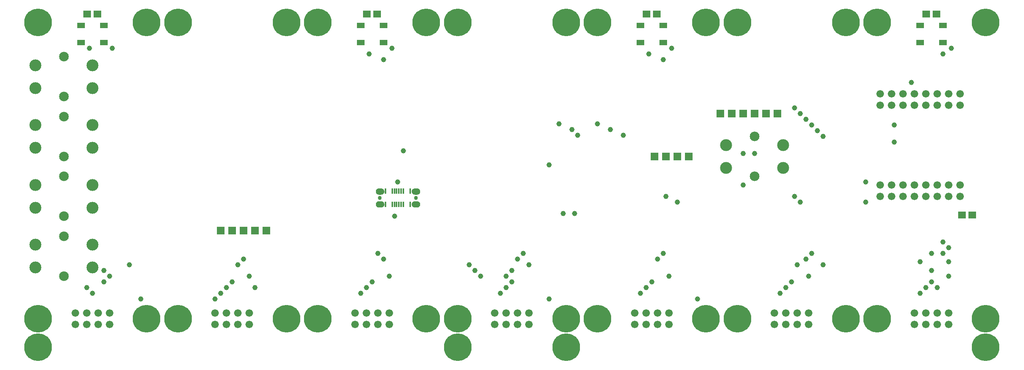
<source format=gbr>
G04 DesignSpark PCB Gerber Version 11.0 Build 5877*
G04 #@! TF.Part,Single*
G04 #@! TF.FileFunction,Soldermask,Bot*
G04 #@! TF.FilePolarity,Negative*
%FSLAX35Y35*%
%MOIN*%
G04 #@! TA.AperFunction,SMDPad,CuDef*
%ADD137R,0.01781X0.05128*%
G04 #@! TA.AperFunction,ComponentPad*
%ADD125R,0.06600X0.06600*%
G04 #@! TD.AperFunction*
%ADD26C,0.00100*%
G04 #@! TA.AperFunction,ComponentPad*
%ADD129C,0.03395*%
G04 #@! TA.AperFunction,ViaPad*
%ADD120C,0.04600*%
G04 #@! TA.AperFunction,ComponentPad*
%ADD130C,0.04931*%
%ADD123C,0.06600*%
G04 #@! TA.AperFunction,WasherPad*
%ADD122C,0.08474*%
G04 #@! TA.AperFunction,SMDPad,CuDef*
%ADD136R,0.06899X0.04537*%
%ADD128R,0.06600X0.06100*%
G04 #@! TA.AperFunction,ComponentPad*
%ADD124C,0.10443*%
G04 #@! TA.AperFunction,WasherPad*
%ADD121C,0.24222*%
G04 #@! TD.AperFunction*
X0Y0D02*
D02*
D26*
X315959Y145870D02*
X315963Y146004D01*
X315974Y146138D01*
X315990Y146272D01*
X316014Y146402D01*
X316045Y146531D01*
X316085Y146661D01*
X316128Y146787D01*
X316179Y146909D01*
X316238Y147031D01*
X316301Y147150D01*
X316372Y147264D01*
X316447Y147374D01*
X316530Y147480D01*
X316616Y147583D01*
X316707Y147681D01*
X316805Y147772D01*
X316907Y147858D01*
X317014Y147941D01*
X317124Y148016D01*
X317238Y148087D01*
X317356Y148150D01*
X317478Y148209D01*
X317600Y148260D01*
X317726Y148303D01*
X317856Y148343D01*
X317986Y148374D01*
X318116Y148398D01*
X318250Y148413D01*
X318384Y148425D01*
X318518Y148429D01*
X320486D01*
X320620Y148425D01*
X320754Y148413D01*
X320888Y148398D01*
X321018Y148374D01*
X321148Y148343D01*
X321278Y148303D01*
X321404Y148260D01*
X321526Y148209D01*
X321648Y148150D01*
X321766Y148087D01*
X321880Y148016D01*
X321990Y147941D01*
X322096Y147858D01*
X322199Y147772D01*
X322297Y147681D01*
X322388Y147583D01*
X322474Y147480D01*
X322557Y147374D01*
X322632Y147264D01*
X322703Y147150D01*
X322766Y147031D01*
X322825Y146909D01*
X322876Y146787D01*
X322919Y146661D01*
X322959Y146531D01*
X322990Y146402D01*
X323014Y146272D01*
X323030Y146138D01*
X323041Y146004D01*
X323045Y145870D01*
X323041Y145736D01*
X323030Y145602D01*
X323014Y145469D01*
X322990Y145339D01*
X322959Y145209D01*
X322919Y145079D01*
X322876Y144953D01*
X322825Y144831D01*
X322766Y144709D01*
X322703Y144591D01*
X322632Y144476D01*
X322557Y144366D01*
X322474Y144260D01*
X322388Y144157D01*
X322297Y144059D01*
X322199Y143969D01*
X322096Y143882D01*
X321990Y143799D01*
X321880Y143724D01*
X321766Y143654D01*
X321648Y143591D01*
X321526Y143531D01*
X321404Y143480D01*
X321278Y143437D01*
X321148Y143398D01*
X321018Y143366D01*
X320888Y143343D01*
X320754Y143327D01*
X320620Y143315D01*
X320486Y143311D01*
X318518D01*
X318384Y143315D01*
X318250Y143327D01*
X318116Y143343D01*
X317986Y143366D01*
X317856Y143398D01*
X317726Y143437D01*
X317600Y143480D01*
X317478Y143531D01*
X317356Y143591D01*
X317238Y143654D01*
X317124Y143724D01*
X317014Y143799D01*
X316907Y143882D01*
X316805Y143969D01*
X316707Y144059D01*
X316616Y144157D01*
X316530Y144260D01*
X316447Y144366D01*
X316372Y144476D01*
X316301Y144591D01*
X316238Y144709D01*
X316179Y144831D01*
X316128Y144953D01*
X316085Y145079D01*
X316045Y145209D01*
X316014Y145339D01*
X315990Y145469D01*
X315974Y145602D01*
X315963Y145736D01*
X315959Y145870D01*
G36*
X315959Y145870D02*
X315963Y146004D01*
X315974Y146138D01*
X315990Y146272D01*
X316014Y146402D01*
X316045Y146531D01*
X316085Y146661D01*
X316128Y146787D01*
X316179Y146909D01*
X316238Y147031D01*
X316301Y147150D01*
X316372Y147264D01*
X316447Y147374D01*
X316530Y147480D01*
X316616Y147583D01*
X316707Y147681D01*
X316805Y147772D01*
X316907Y147858D01*
X317014Y147941D01*
X317124Y148016D01*
X317238Y148087D01*
X317356Y148150D01*
X317478Y148209D01*
X317600Y148260D01*
X317726Y148303D01*
X317856Y148343D01*
X317986Y148374D01*
X318116Y148398D01*
X318250Y148413D01*
X318384Y148425D01*
X318518Y148429D01*
X320486D01*
X320620Y148425D01*
X320754Y148413D01*
X320888Y148398D01*
X321018Y148374D01*
X321148Y148343D01*
X321278Y148303D01*
X321404Y148260D01*
X321526Y148209D01*
X321648Y148150D01*
X321766Y148087D01*
X321880Y148016D01*
X321990Y147941D01*
X322096Y147858D01*
X322199Y147772D01*
X322297Y147681D01*
X322388Y147583D01*
X322474Y147480D01*
X322557Y147374D01*
X322632Y147264D01*
X322703Y147150D01*
X322766Y147031D01*
X322825Y146909D01*
X322876Y146787D01*
X322919Y146661D01*
X322959Y146531D01*
X322990Y146402D01*
X323014Y146272D01*
X323030Y146138D01*
X323041Y146004D01*
X323045Y145870D01*
X323041Y145736D01*
X323030Y145602D01*
X323014Y145469D01*
X322990Y145339D01*
X322959Y145209D01*
X322919Y145079D01*
X322876Y144953D01*
X322825Y144831D01*
X322766Y144709D01*
X322703Y144591D01*
X322632Y144476D01*
X322557Y144366D01*
X322474Y144260D01*
X322388Y144157D01*
X322297Y144059D01*
X322199Y143969D01*
X322096Y143882D01*
X321990Y143799D01*
X321880Y143724D01*
X321766Y143654D01*
X321648Y143591D01*
X321526Y143531D01*
X321404Y143480D01*
X321278Y143437D01*
X321148Y143398D01*
X321018Y143366D01*
X320888Y143343D01*
X320754Y143327D01*
X320620Y143315D01*
X320486Y143311D01*
X318518D01*
X318384Y143315D01*
X318250Y143327D01*
X318116Y143343D01*
X317986Y143366D01*
X317856Y143398D01*
X317726Y143437D01*
X317600Y143480D01*
X317478Y143531D01*
X317356Y143591D01*
X317238Y143654D01*
X317124Y143724D01*
X317014Y143799D01*
X316907Y143882D01*
X316805Y143969D01*
X316707Y144059D01*
X316616Y144157D01*
X316530Y144260D01*
X316447Y144366D01*
X316372Y144476D01*
X316301Y144591D01*
X316238Y144709D01*
X316179Y144831D01*
X316128Y144953D01*
X316085Y145079D01*
X316045Y145209D01*
X316014Y145339D01*
X315990Y145469D01*
X315974Y145602D01*
X315963Y145736D01*
X315959Y145870D01*
G37*
Y157130D02*
X315963Y157264D01*
X315974Y157398D01*
X315990Y157531D01*
X316014Y157661D01*
X316045Y157791D01*
X316085Y157921D01*
X316128Y158047D01*
X316179Y158169D01*
X316238Y158291D01*
X316301Y158409D01*
X316372Y158524D01*
X316447Y158634D01*
X316530Y158740D01*
X316616Y158843D01*
X316707Y158941D01*
X316805Y159031D01*
X316907Y159118D01*
X317014Y159201D01*
X317124Y159276D01*
X317238Y159346D01*
X317356Y159409D01*
X317478Y159469D01*
X317600Y159520D01*
X317726Y159563D01*
X317856Y159602D01*
X317986Y159634D01*
X318116Y159657D01*
X318250Y159673D01*
X318384Y159685D01*
X318518Y159689D01*
X320486D01*
X320620Y159685D01*
X320754Y159673D01*
X320888Y159657D01*
X321018Y159634D01*
X321148Y159602D01*
X321278Y159563D01*
X321404Y159520D01*
X321526Y159469D01*
X321648Y159409D01*
X321766Y159346D01*
X321880Y159276D01*
X321990Y159201D01*
X322096Y159118D01*
X322199Y159031D01*
X322297Y158941D01*
X322388Y158843D01*
X322474Y158740D01*
X322557Y158634D01*
X322632Y158524D01*
X322703Y158409D01*
X322766Y158291D01*
X322825Y158169D01*
X322876Y158047D01*
X322919Y157921D01*
X322959Y157791D01*
X322990Y157661D01*
X323014Y157531D01*
X323030Y157398D01*
X323041Y157264D01*
X323045Y157130D01*
X323041Y156996D01*
X323030Y156862D01*
X323014Y156728D01*
X322990Y156598D01*
X322959Y156469D01*
X322919Y156339D01*
X322876Y156213D01*
X322825Y156091D01*
X322766Y155969D01*
X322703Y155850D01*
X322632Y155736D01*
X322557Y155626D01*
X322474Y155520D01*
X322388Y155417D01*
X322297Y155319D01*
X322199Y155228D01*
X322096Y155142D01*
X321990Y155059D01*
X321880Y154984D01*
X321766Y154913D01*
X321648Y154850D01*
X321526Y154791D01*
X321404Y154740D01*
X321278Y154697D01*
X321148Y154657D01*
X321018Y154626D01*
X320888Y154602D01*
X320754Y154587D01*
X320620Y154575D01*
X320486Y154571D01*
X318518D01*
X318384Y154575D01*
X318250Y154587D01*
X318116Y154602D01*
X317986Y154626D01*
X317856Y154657D01*
X317726Y154697D01*
X317600Y154740D01*
X317478Y154791D01*
X317356Y154850D01*
X317238Y154913D01*
X317124Y154984D01*
X317014Y155059D01*
X316907Y155142D01*
X316805Y155228D01*
X316707Y155319D01*
X316616Y155417D01*
X316530Y155520D01*
X316447Y155626D01*
X316372Y155736D01*
X316301Y155850D01*
X316238Y155969D01*
X316179Y156091D01*
X316128Y156213D01*
X316085Y156339D01*
X316045Y156469D01*
X316014Y156598D01*
X315990Y156728D01*
X315974Y156862D01*
X315963Y156996D01*
X315959Y157130D01*
G36*
X315959Y157130D02*
X315963Y157264D01*
X315974Y157398D01*
X315990Y157531D01*
X316014Y157661D01*
X316045Y157791D01*
X316085Y157921D01*
X316128Y158047D01*
X316179Y158169D01*
X316238Y158291D01*
X316301Y158409D01*
X316372Y158524D01*
X316447Y158634D01*
X316530Y158740D01*
X316616Y158843D01*
X316707Y158941D01*
X316805Y159031D01*
X316907Y159118D01*
X317014Y159201D01*
X317124Y159276D01*
X317238Y159346D01*
X317356Y159409D01*
X317478Y159469D01*
X317600Y159520D01*
X317726Y159563D01*
X317856Y159602D01*
X317986Y159634D01*
X318116Y159657D01*
X318250Y159673D01*
X318384Y159685D01*
X318518Y159689D01*
X320486D01*
X320620Y159685D01*
X320754Y159673D01*
X320888Y159657D01*
X321018Y159634D01*
X321148Y159602D01*
X321278Y159563D01*
X321404Y159520D01*
X321526Y159469D01*
X321648Y159409D01*
X321766Y159346D01*
X321880Y159276D01*
X321990Y159201D01*
X322096Y159118D01*
X322199Y159031D01*
X322297Y158941D01*
X322388Y158843D01*
X322474Y158740D01*
X322557Y158634D01*
X322632Y158524D01*
X322703Y158409D01*
X322766Y158291D01*
X322825Y158169D01*
X322876Y158047D01*
X322919Y157921D01*
X322959Y157791D01*
X322990Y157661D01*
X323014Y157531D01*
X323030Y157398D01*
X323041Y157264D01*
X323045Y157130D01*
X323041Y156996D01*
X323030Y156862D01*
X323014Y156728D01*
X322990Y156598D01*
X322959Y156469D01*
X322919Y156339D01*
X322876Y156213D01*
X322825Y156091D01*
X322766Y155969D01*
X322703Y155850D01*
X322632Y155736D01*
X322557Y155626D01*
X322474Y155520D01*
X322388Y155417D01*
X322297Y155319D01*
X322199Y155228D01*
X322096Y155142D01*
X321990Y155059D01*
X321880Y154984D01*
X321766Y154913D01*
X321648Y154850D01*
X321526Y154791D01*
X321404Y154740D01*
X321278Y154697D01*
X321148Y154657D01*
X321018Y154626D01*
X320888Y154602D01*
X320754Y154587D01*
X320620Y154575D01*
X320486Y154571D01*
X318518D01*
X318384Y154575D01*
X318250Y154587D01*
X318116Y154602D01*
X317986Y154626D01*
X317856Y154657D01*
X317726Y154697D01*
X317600Y154740D01*
X317478Y154791D01*
X317356Y154850D01*
X317238Y154913D01*
X317124Y154984D01*
X317014Y155059D01*
X316907Y155142D01*
X316805Y155228D01*
X316707Y155319D01*
X316616Y155417D01*
X316530Y155520D01*
X316447Y155626D01*
X316372Y155736D01*
X316301Y155850D01*
X316238Y155969D01*
X316179Y156091D01*
X316128Y156213D01*
X316085Y156339D01*
X316045Y156469D01*
X316014Y156598D01*
X315990Y156728D01*
X315974Y156862D01*
X315963Y156996D01*
X315959Y157130D01*
G37*
X347455Y145870D02*
X347459Y146004D01*
X347470Y146138D01*
X347486Y146272D01*
X347510Y146402D01*
X347541Y146531D01*
X347581Y146661D01*
X347624Y146787D01*
X347675Y146909D01*
X347734Y147031D01*
X347797Y147150D01*
X347868Y147264D01*
X347943Y147374D01*
X348026Y147480D01*
X348112Y147583D01*
X348203Y147681D01*
X348301Y147772D01*
X348404Y147858D01*
X348510Y147941D01*
X348620Y148016D01*
X348734Y148087D01*
X348852Y148150D01*
X348974Y148209D01*
X349096Y148260D01*
X349222Y148303D01*
X349352Y148343D01*
X349482Y148374D01*
X349612Y148398D01*
X349746Y148413D01*
X349880Y148425D01*
X350014Y148429D01*
X351982D01*
X352116Y148425D01*
X352250Y148413D01*
X352384Y148398D01*
X352514Y148374D01*
X352644Y148343D01*
X352774Y148303D01*
X352900Y148260D01*
X353022Y148209D01*
X353144Y148150D01*
X353262Y148087D01*
X353376Y148016D01*
X353486Y147941D01*
X353593Y147858D01*
X353695Y147772D01*
X353793Y147681D01*
X353884Y147583D01*
X353970Y147480D01*
X354053Y147374D01*
X354128Y147264D01*
X354199Y147150D01*
X354262Y147031D01*
X354321Y146909D01*
X354372Y146787D01*
X354415Y146661D01*
X354455Y146531D01*
X354486Y146402D01*
X354510Y146272D01*
X354526Y146138D01*
X354537Y146004D01*
X354541Y145870D01*
X354537Y145736D01*
X354526Y145602D01*
X354510Y145469D01*
X354486Y145339D01*
X354455Y145209D01*
X354415Y145079D01*
X354372Y144953D01*
X354321Y144831D01*
X354262Y144709D01*
X354199Y144591D01*
X354128Y144476D01*
X354053Y144366D01*
X353970Y144260D01*
X353884Y144157D01*
X353793Y144059D01*
X353695Y143969D01*
X353593Y143882D01*
X353486Y143799D01*
X353376Y143724D01*
X353262Y143654D01*
X353144Y143591D01*
X353022Y143531D01*
X352900Y143480D01*
X352774Y143437D01*
X352644Y143398D01*
X352514Y143366D01*
X352384Y143343D01*
X352250Y143327D01*
X352116Y143315D01*
X351982Y143311D01*
X350014D01*
X349880Y143315D01*
X349746Y143327D01*
X349612Y143343D01*
X349482Y143366D01*
X349352Y143398D01*
X349222Y143437D01*
X349096Y143480D01*
X348974Y143531D01*
X348852Y143591D01*
X348734Y143654D01*
X348620Y143724D01*
X348510Y143799D01*
X348404Y143882D01*
X348301Y143969D01*
X348203Y144059D01*
X348112Y144157D01*
X348026Y144260D01*
X347943Y144366D01*
X347868Y144476D01*
X347797Y144591D01*
X347734Y144709D01*
X347675Y144831D01*
X347624Y144953D01*
X347581Y145079D01*
X347541Y145209D01*
X347510Y145339D01*
X347486Y145469D01*
X347470Y145602D01*
X347459Y145736D01*
X347455Y145870D01*
G36*
X347455Y145870D02*
X347459Y146004D01*
X347470Y146138D01*
X347486Y146272D01*
X347510Y146402D01*
X347541Y146531D01*
X347581Y146661D01*
X347624Y146787D01*
X347675Y146909D01*
X347734Y147031D01*
X347797Y147150D01*
X347868Y147264D01*
X347943Y147374D01*
X348026Y147480D01*
X348112Y147583D01*
X348203Y147681D01*
X348301Y147772D01*
X348404Y147858D01*
X348510Y147941D01*
X348620Y148016D01*
X348734Y148087D01*
X348852Y148150D01*
X348974Y148209D01*
X349096Y148260D01*
X349222Y148303D01*
X349352Y148343D01*
X349482Y148374D01*
X349612Y148398D01*
X349746Y148413D01*
X349880Y148425D01*
X350014Y148429D01*
X351982D01*
X352116Y148425D01*
X352250Y148413D01*
X352384Y148398D01*
X352514Y148374D01*
X352644Y148343D01*
X352774Y148303D01*
X352900Y148260D01*
X353022Y148209D01*
X353144Y148150D01*
X353262Y148087D01*
X353376Y148016D01*
X353486Y147941D01*
X353593Y147858D01*
X353695Y147772D01*
X353793Y147681D01*
X353884Y147583D01*
X353970Y147480D01*
X354053Y147374D01*
X354128Y147264D01*
X354199Y147150D01*
X354262Y147031D01*
X354321Y146909D01*
X354372Y146787D01*
X354415Y146661D01*
X354455Y146531D01*
X354486Y146402D01*
X354510Y146272D01*
X354526Y146138D01*
X354537Y146004D01*
X354541Y145870D01*
X354537Y145736D01*
X354526Y145602D01*
X354510Y145469D01*
X354486Y145339D01*
X354455Y145209D01*
X354415Y145079D01*
X354372Y144953D01*
X354321Y144831D01*
X354262Y144709D01*
X354199Y144591D01*
X354128Y144476D01*
X354053Y144366D01*
X353970Y144260D01*
X353884Y144157D01*
X353793Y144059D01*
X353695Y143969D01*
X353593Y143882D01*
X353486Y143799D01*
X353376Y143724D01*
X353262Y143654D01*
X353144Y143591D01*
X353022Y143531D01*
X352900Y143480D01*
X352774Y143437D01*
X352644Y143398D01*
X352514Y143366D01*
X352384Y143343D01*
X352250Y143327D01*
X352116Y143315D01*
X351982Y143311D01*
X350014D01*
X349880Y143315D01*
X349746Y143327D01*
X349612Y143343D01*
X349482Y143366D01*
X349352Y143398D01*
X349222Y143437D01*
X349096Y143480D01*
X348974Y143531D01*
X348852Y143591D01*
X348734Y143654D01*
X348620Y143724D01*
X348510Y143799D01*
X348404Y143882D01*
X348301Y143969D01*
X348203Y144059D01*
X348112Y144157D01*
X348026Y144260D01*
X347943Y144366D01*
X347868Y144476D01*
X347797Y144591D01*
X347734Y144709D01*
X347675Y144831D01*
X347624Y144953D01*
X347581Y145079D01*
X347541Y145209D01*
X347510Y145339D01*
X347486Y145469D01*
X347470Y145602D01*
X347459Y145736D01*
X347455Y145870D01*
G37*
Y157130D02*
X347459Y157264D01*
X347470Y157398D01*
X347486Y157531D01*
X347510Y157661D01*
X347541Y157791D01*
X347581Y157921D01*
X347624Y158047D01*
X347675Y158169D01*
X347734Y158291D01*
X347797Y158409D01*
X347868Y158524D01*
X347943Y158634D01*
X348026Y158740D01*
X348112Y158843D01*
X348203Y158941D01*
X348301Y159031D01*
X348404Y159118D01*
X348510Y159201D01*
X348620Y159276D01*
X348734Y159346D01*
X348852Y159409D01*
X348974Y159469D01*
X349096Y159520D01*
X349222Y159563D01*
X349352Y159602D01*
X349482Y159634D01*
X349612Y159657D01*
X349746Y159673D01*
X349880Y159685D01*
X350014Y159689D01*
X351982D01*
X352116Y159685D01*
X352250Y159673D01*
X352384Y159657D01*
X352514Y159634D01*
X352644Y159602D01*
X352774Y159563D01*
X352900Y159520D01*
X353022Y159469D01*
X353144Y159409D01*
X353262Y159346D01*
X353376Y159276D01*
X353486Y159201D01*
X353593Y159118D01*
X353695Y159031D01*
X353793Y158941D01*
X353884Y158843D01*
X353970Y158740D01*
X354053Y158634D01*
X354128Y158524D01*
X354199Y158409D01*
X354262Y158291D01*
X354321Y158169D01*
X354372Y158047D01*
X354415Y157921D01*
X354455Y157791D01*
X354486Y157661D01*
X354510Y157531D01*
X354526Y157398D01*
X354537Y157264D01*
X354541Y157130D01*
X354537Y156996D01*
X354526Y156862D01*
X354510Y156728D01*
X354486Y156598D01*
X354455Y156469D01*
X354415Y156339D01*
X354372Y156213D01*
X354321Y156091D01*
X354262Y155969D01*
X354199Y155850D01*
X354128Y155736D01*
X354053Y155626D01*
X353970Y155520D01*
X353884Y155417D01*
X353793Y155319D01*
X353695Y155228D01*
X353593Y155142D01*
X353486Y155059D01*
X353376Y154984D01*
X353262Y154913D01*
X353144Y154850D01*
X353022Y154791D01*
X352900Y154740D01*
X352774Y154697D01*
X352644Y154657D01*
X352514Y154626D01*
X352384Y154602D01*
X352250Y154587D01*
X352116Y154575D01*
X351982Y154571D01*
X350014D01*
X349880Y154575D01*
X349746Y154587D01*
X349612Y154602D01*
X349482Y154626D01*
X349352Y154657D01*
X349222Y154697D01*
X349096Y154740D01*
X348974Y154791D01*
X348852Y154850D01*
X348734Y154913D01*
X348620Y154984D01*
X348510Y155059D01*
X348404Y155142D01*
X348301Y155228D01*
X348203Y155319D01*
X348112Y155417D01*
X348026Y155520D01*
X347943Y155626D01*
X347868Y155736D01*
X347797Y155850D01*
X347734Y155969D01*
X347675Y156091D01*
X347624Y156213D01*
X347581Y156339D01*
X347541Y156469D01*
X347510Y156598D01*
X347486Y156728D01*
X347470Y156862D01*
X347459Y156996D01*
X347455Y157130D01*
G36*
X347455Y157130D02*
X347459Y157264D01*
X347470Y157398D01*
X347486Y157531D01*
X347510Y157661D01*
X347541Y157791D01*
X347581Y157921D01*
X347624Y158047D01*
X347675Y158169D01*
X347734Y158291D01*
X347797Y158409D01*
X347868Y158524D01*
X347943Y158634D01*
X348026Y158740D01*
X348112Y158843D01*
X348203Y158941D01*
X348301Y159031D01*
X348404Y159118D01*
X348510Y159201D01*
X348620Y159276D01*
X348734Y159346D01*
X348852Y159409D01*
X348974Y159469D01*
X349096Y159520D01*
X349222Y159563D01*
X349352Y159602D01*
X349482Y159634D01*
X349612Y159657D01*
X349746Y159673D01*
X349880Y159685D01*
X350014Y159689D01*
X351982D01*
X352116Y159685D01*
X352250Y159673D01*
X352384Y159657D01*
X352514Y159634D01*
X352644Y159602D01*
X352774Y159563D01*
X352900Y159520D01*
X353022Y159469D01*
X353144Y159409D01*
X353262Y159346D01*
X353376Y159276D01*
X353486Y159201D01*
X353593Y159118D01*
X353695Y159031D01*
X353793Y158941D01*
X353884Y158843D01*
X353970Y158740D01*
X354053Y158634D01*
X354128Y158524D01*
X354199Y158409D01*
X354262Y158291D01*
X354321Y158169D01*
X354372Y158047D01*
X354415Y157921D01*
X354455Y157791D01*
X354486Y157661D01*
X354510Y157531D01*
X354526Y157398D01*
X354537Y157264D01*
X354541Y157130D01*
X354537Y156996D01*
X354526Y156862D01*
X354510Y156728D01*
X354486Y156598D01*
X354455Y156469D01*
X354415Y156339D01*
X354372Y156213D01*
X354321Y156091D01*
X354262Y155969D01*
X354199Y155850D01*
X354128Y155736D01*
X354053Y155626D01*
X353970Y155520D01*
X353884Y155417D01*
X353793Y155319D01*
X353695Y155228D01*
X353593Y155142D01*
X353486Y155059D01*
X353376Y154984D01*
X353262Y154913D01*
X353144Y154850D01*
X353022Y154791D01*
X352900Y154740D01*
X352774Y154697D01*
X352644Y154657D01*
X352514Y154626D01*
X352384Y154602D01*
X352250Y154587D01*
X352116Y154575D01*
X351982Y154571D01*
X350014D01*
X349880Y154575D01*
X349746Y154587D01*
X349612Y154602D01*
X349482Y154626D01*
X349352Y154657D01*
X349222Y154697D01*
X349096Y154740D01*
X348974Y154791D01*
X348852Y154850D01*
X348734Y154913D01*
X348620Y154984D01*
X348510Y155059D01*
X348404Y155142D01*
X348301Y155228D01*
X348203Y155319D01*
X348112Y155417D01*
X348026Y155520D01*
X347943Y155626D01*
X347868Y155736D01*
X347797Y155850D01*
X347734Y155969D01*
X347675Y156091D01*
X347624Y156213D01*
X347581Y156339D01*
X347541Y156469D01*
X347510Y156598D01*
X347486Y156728D01*
X347470Y156862D01*
X347459Y156996D01*
X347455Y157130D01*
G37*
D02*
D120*
X62750Y72750D03*
X65250Y282750D03*
X67750Y67750D03*
X77750Y77750D03*
Y87750D03*
X82750Y82750D03*
X85250Y282750D03*
X100250Y92750D03*
X110250Y62750D03*
X175250D03*
X180250Y67750D03*
D03*
X185250Y72750D03*
X190250Y77750D03*
X195250Y92750D03*
X200250Y97750D03*
X205250Y82750D03*
X210250Y72750D03*
X302750Y67750D03*
X307750Y72750D03*
X310250Y277750D03*
X312750Y77750D03*
X317750Y102750D03*
X322750Y97750D03*
Y272750D03*
X327750Y82750D03*
X330250Y282750D03*
X332297Y135250D03*
X335250Y165250D03*
X340171Y192750D03*
X397750Y92750D03*
X402750Y87750D03*
X407750Y82750D03*
X425250Y67750D03*
X430250Y72750D03*
Y82750D03*
X435250Y77750D03*
Y87750D03*
X440250Y97750D03*
X445250Y102750D03*
X450250Y92750D03*
X467750Y62750D03*
Y180250D03*
X476500Y216500D03*
X480250Y137750D03*
X487750Y211500D03*
X490250Y137750D03*
X492750Y206500D03*
X510250Y216500D03*
X521500Y211500D03*
X532750Y206500D03*
X547750Y67750D03*
X552750Y72750D03*
X555250Y277750D03*
X557750Y77750D03*
X562750Y97750D03*
X567750Y102750D03*
Y272750D03*
X570250Y152750D03*
X572750Y82750D03*
X575250Y282750D03*
X580250Y147750D03*
X597750Y62750D03*
X637750Y162750D03*
Y190250D03*
X647750D03*
X670250Y67750D03*
X675250Y72750D03*
X680250Y77750D03*
X682750Y152750D03*
Y230250D03*
X685250Y92750D03*
X687750Y147750D03*
Y225250D03*
X692750Y97750D03*
Y220250D03*
X695250Y82750D03*
X697750Y102750D03*
Y215250D03*
X702750Y210250D03*
X707750Y92750D03*
Y205250D03*
X745250Y147750D03*
Y165250D03*
X770250Y200250D03*
Y215250D03*
X785250Y252750D03*
X792750Y67750D03*
Y95250D03*
X797750Y72750D03*
X802750Y77750D03*
Y87750D03*
Y102750D03*
X807750Y72750D03*
X812750Y102750D03*
Y112750D03*
Y277750D03*
X817750Y82750D03*
Y95250D03*
Y107750D03*
X820250Y282750D03*
D02*
D121*
X20250Y20250D03*
Y45250D03*
Y305250D03*
X115250Y45250D03*
Y305250D03*
X142750Y45250D03*
Y305250D03*
X237750Y45250D03*
Y305250D03*
X265250Y45250D03*
Y305250D03*
X360250Y45250D03*
Y305250D03*
X387750Y20250D03*
Y45250D03*
Y305250D03*
X482750Y20250D03*
Y45250D03*
Y305250D03*
X510250Y45250D03*
Y305250D03*
X605250Y45250D03*
Y305250D03*
X632750Y45250D03*
Y305250D03*
X727750Y45250D03*
Y305250D03*
X755250Y45250D03*
Y305250D03*
X850250Y20250D03*
Y45250D03*
Y305250D03*
D02*
D122*
X42750Y82750D03*
Y117750D03*
Y135250D03*
Y170250D03*
Y187750D03*
Y222750D03*
Y240250D03*
Y275250D03*
X647750Y170250D03*
Y205250D03*
D02*
D123*
X52750Y40250D03*
Y50250D03*
X62750Y40250D03*
Y50250D03*
X72750Y40250D03*
Y50250D03*
X82750Y40250D03*
Y50250D03*
X175250Y40250D03*
Y50250D03*
X185250Y40250D03*
Y50250D03*
X195250Y40250D03*
Y50250D03*
X205250Y40250D03*
Y50250D03*
X297750Y40250D03*
Y50250D03*
X307750Y40250D03*
Y50250D03*
X317750Y40250D03*
Y50250D03*
X327750Y40250D03*
Y50250D03*
X420250Y40250D03*
Y50250D03*
X430250Y40250D03*
Y50250D03*
X440250Y40250D03*
Y50250D03*
X450250Y40250D03*
Y50250D03*
X542750Y40250D03*
Y50250D03*
X552750Y40250D03*
Y50250D03*
X562750Y40250D03*
Y50250D03*
X572750Y40250D03*
Y50250D03*
X665250Y40250D03*
Y50250D03*
X675250Y40250D03*
Y50250D03*
X685250Y40250D03*
Y50250D03*
X695250Y40250D03*
Y50250D03*
X757750Y152750D03*
Y162750D03*
Y232750D03*
Y242750D03*
X767750Y152750D03*
Y162750D03*
Y232750D03*
Y242750D03*
X777750Y152750D03*
Y162750D03*
Y232750D03*
Y242750D03*
X787750Y40250D03*
Y50250D03*
Y152750D03*
Y162750D03*
Y232750D03*
Y242750D03*
X797750Y40250D03*
Y50250D03*
Y152750D03*
Y162750D03*
Y232750D03*
Y242750D03*
X807750Y40250D03*
Y50250D03*
Y152750D03*
Y162750D03*
Y232750D03*
Y242750D03*
X817750Y40250D03*
Y50250D03*
Y152750D03*
Y162750D03*
Y232750D03*
Y242750D03*
X827750Y152750D03*
Y162750D03*
Y232750D03*
Y242750D03*
D02*
D124*
X17750Y90250D03*
Y110250D03*
Y142750D03*
Y162750D03*
Y195250D03*
Y215250D03*
Y247750D03*
Y267750D03*
X67750Y90250D03*
Y110250D03*
Y142750D03*
Y162750D03*
Y195250D03*
Y215250D03*
Y247750D03*
Y267750D03*
X622750Y177750D03*
Y197750D03*
X672750Y177750D03*
Y197750D03*
D02*
D125*
X180250Y122750D03*
X190250D03*
X200250D03*
X210250D03*
X220250D03*
X560250Y187750D03*
X570250D03*
X580250D03*
X590250D03*
X617750Y225250D03*
X627750D03*
X637750D03*
X647750D03*
X657750D03*
X667750D03*
D02*
D128*
X63250Y312750D03*
X72250D03*
X308250D03*
X317250D03*
X553250D03*
X562250D03*
X798250D03*
X807250D03*
X829500Y136500D03*
X838500D03*
D02*
D129*
X319502Y151500D03*
X350998D03*
D02*
D130*
X319502Y145870D03*
Y157130D03*
X350998Y145870D03*
Y157130D03*
D02*
D136*
X57750Y287750D03*
Y302750D03*
X77750Y287750D03*
Y302750D03*
X302750Y287750D03*
Y302750D03*
X322750Y287750D03*
Y302750D03*
X547750Y287750D03*
Y302750D03*
X567750Y287750D03*
Y302750D03*
X792750Y287750D03*
Y302750D03*
X812750Y287750D03*
Y302750D03*
D02*
D137*
X324423Y145654D03*
Y157346D03*
X330329Y145654D03*
Y157346D03*
X332297Y145654D03*
Y157346D03*
X334266Y145654D03*
Y157346D03*
X336234Y145654D03*
Y157346D03*
X338203Y145654D03*
Y157346D03*
X340171Y145654D03*
Y157346D03*
X346077Y145654D03*
Y157346D03*
X0Y0D02*
M02*

</source>
